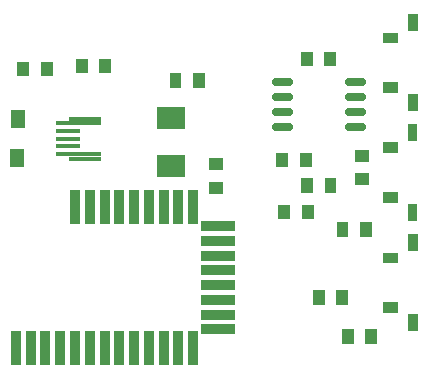
<source format=gtp>
G04 Layer: TopPasteMaskLayer*
G04 EasyEDA v6.4.7, 2020-10-05T14:23:05+01:00*
G04 80753c53b72f4884ac218c40b0928968,81cdacc9909441f8a3d49748f20dc12b,10*
G04 Gerber Generator version 0.2*
G04 Scale: 100 percent, Rotated: No, Reflected: No *
G04 Dimensions in millimeters *
G04 leading zeros omitted , absolute positions ,3 integer and 3 decimal *
%FSLAX33Y33*%
%MOMM*%
G90*
D02*

%ADD12C,0.700001*%
%ADD14R,1.999996X0.449999*%
%ADD15R,0.999998X1.249997*%
%ADD16R,1.249997X0.999998*%
%ADD19R,2.400000X1.899999*%
%ADD20R,1.199896X1.599997*%
%ADD21R,0.850900X2.999740*%
%ADD22R,2.999740X0.850900*%

%LPD*%
G54D12*
G01X29297Y20172D02*
G01X30397Y20172D01*
G01X29297Y21442D02*
G01X30397Y21442D01*
G01X29297Y22712D02*
G01X30397Y22712D01*
G01X29297Y23982D02*
G01X30397Y23982D01*
G01X23099Y20172D02*
G01X24199Y20172D01*
G01X23099Y21442D02*
G01X24199Y21442D01*
G01X23099Y22712D02*
G01X24199Y22712D01*
G01X23099Y23982D02*
G01X24199Y23982D01*
G54D14*
G01X7272Y20436D03*
G01X7294Y17840D03*
G01X6570Y20830D03*
G01X6586Y17396D03*
G01X7272Y20830D03*
G01X7284Y17401D03*
G36*
G01X14077Y24681D02*
G01X15077Y24681D01*
G01X15077Y23431D01*
G01X14077Y23431D01*
G01X14077Y24681D01*
G37*
G36*
G01X16077Y24681D02*
G01X17077Y24681D01*
G01X17077Y23431D01*
G01X16077Y23431D01*
G01X16077Y24681D01*
G37*
G54D16*
G01X17998Y16999D03*
G01X17998Y14999D03*
G36*
G01X34284Y21490D02*
G01X34284Y22938D01*
G01X35082Y22938D01*
G01X35082Y21490D01*
G01X34284Y21490D01*
G37*
G36*
G01X34284Y28237D02*
G01X34284Y29684D01*
G01X35082Y29684D01*
G01X35082Y28237D01*
G01X34284Y28237D01*
G37*
G36*
G01X32169Y23032D02*
G01X32169Y23931D01*
G01X33439Y23931D01*
G01X33439Y23032D01*
G01X32169Y23032D01*
G37*
G36*
G01X32169Y27233D02*
G01X32169Y28133D01*
G01X33439Y28133D01*
G01X33439Y27233D01*
G01X32169Y27233D01*
G37*
G36*
G01X34256Y12199D02*
G01X34256Y13647D01*
G01X35054Y13647D01*
G01X35054Y12199D01*
G01X34256Y12199D01*
G37*
G36*
G01X34256Y18945D02*
G01X34256Y20393D01*
G01X35054Y20393D01*
G01X35054Y18945D01*
G01X34256Y18945D01*
G37*
G36*
G01X32141Y13741D02*
G01X32141Y14640D01*
G01X33411Y14640D01*
G01X33411Y13741D01*
G01X32141Y13741D01*
G37*
G36*
G01X32141Y17942D02*
G01X32141Y18841D01*
G01X33411Y18841D01*
G01X33411Y17942D01*
G01X32141Y17942D01*
G37*
G36*
G01X34287Y2865D02*
G01X34287Y4312D01*
G01X35085Y4312D01*
G01X35085Y2865D01*
G01X34287Y2865D01*
G37*
G36*
G01X34287Y9611D02*
G01X34287Y11059D01*
G01X35085Y11059D01*
G01X35085Y9611D01*
G01X34287Y9611D01*
G37*
G36*
G01X32171Y4406D02*
G01X32171Y5306D01*
G01X33441Y5306D01*
G01X33441Y4406D01*
G01X32171Y4406D01*
G37*
G36*
G01X32171Y8608D02*
G01X32171Y9507D01*
G01X33441Y9507D01*
G01X33441Y8608D01*
G01X32171Y8608D01*
G37*
G54D19*
G01X14206Y16842D03*
G01X14206Y20942D03*
G36*
G01X28218Y12070D02*
G01X29218Y12070D01*
G01X29218Y10820D01*
G01X28218Y10820D01*
G01X28218Y12070D01*
G37*
G36*
G01X30218Y12070D02*
G01X31218Y12070D01*
G01X31218Y10820D01*
G01X30218Y10820D01*
G01X30218Y12070D01*
G37*
G54D15*
G01X3692Y25054D03*
G01X1692Y25054D03*
G36*
G01X25195Y15801D02*
G01X26195Y15801D01*
G01X26195Y14551D01*
G01X25195Y14551D01*
G01X25195Y15801D01*
G37*
G36*
G01X27195Y15801D02*
G01X28195Y15801D01*
G01X28195Y14551D01*
G01X27195Y14551D01*
G01X27195Y15801D01*
G37*
G01X25612Y17363D03*
G01X23612Y17363D03*
G01X25803Y12918D03*
G01X23803Y12918D03*
G54D14*
G01X5509Y17839D03*
G01X5509Y18489D03*
G01X5509Y19139D03*
G01X5509Y19789D03*
G01X5509Y20439D03*
G54D20*
G01X1197Y17533D03*
G01X1213Y20811D03*
G36*
G01X26203Y6329D02*
G01X27203Y6329D01*
G01X27203Y5079D01*
G01X26203Y5079D01*
G01X26203Y6329D01*
G37*
G36*
G01X28203Y6329D02*
G01X29203Y6329D01*
G01X29203Y5079D01*
G01X28203Y5079D01*
G01X28203Y6329D01*
G37*
G54D15*
G01X27700Y25859D03*
G01X25700Y25859D03*
G01X8619Y25267D03*
G01X6620Y25267D03*
G36*
G01X28657Y3015D02*
G01X29657Y3015D01*
G01X29657Y1765D01*
G01X28657Y1765D01*
G01X28657Y3015D01*
G37*
G36*
G01X30657Y3015D02*
G01X31657Y3015D01*
G01X31657Y1765D01*
G01X30657Y1765D01*
G01X30657Y3015D01*
G37*
G54D16*
G01X30358Y15713D03*
G01X30358Y17713D03*
G54D21*
G01X16060Y1399D03*
G01X14815Y1399D03*
G01X13571Y1399D03*
G01X12326Y1399D03*
G01X11082Y1399D03*
G01X9812Y1399D03*
G01X8567Y1399D03*
G01X7322Y1399D03*
G01X6078Y1399D03*
G01X4808Y1399D03*
G01X3563Y1399D03*
G01X2319Y1399D03*
G01X1074Y1399D03*
G01X16060Y13337D03*
G01X14815Y13337D03*
G01X13571Y13337D03*
G01X12326Y13337D03*
G01X11082Y13337D03*
G01X9812Y13337D03*
G01X8567Y13337D03*
G01X7322Y13337D03*
G01X6078Y13337D03*
G54D22*
G01X18168Y2999D03*
G01X18168Y4244D03*
G01X18168Y5488D03*
G01X18168Y6758D03*
G01X18168Y8003D03*
G01X18168Y9248D03*
G01X18168Y10492D03*
G01X18168Y11737D03*
M00*
M02*

</source>
